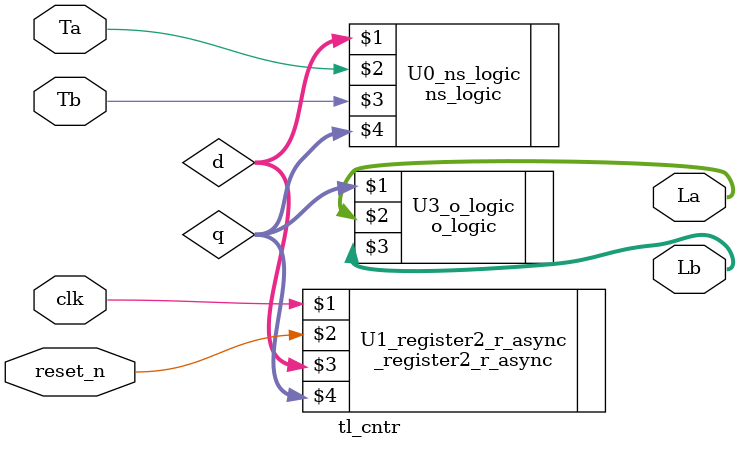
<source format=v>
module tl_cntr(clk,reset_n,Ta,Tb,La,Lb);
	input clk,reset_n,Ta,Tb;
	output [1:0]La;
	output [1:0]Lb;
	wire [1:0]q,d;
	
	ns_logic U0_ns_logic(d,Ta,Tb,q);//register input = next state
	_register2_r_async U1_register2_r_async(clk,reset_n,d,q); //memory
	o_logic U3_o_logic(q,La,Lb);//register output = current state
	
endmodule

</source>
